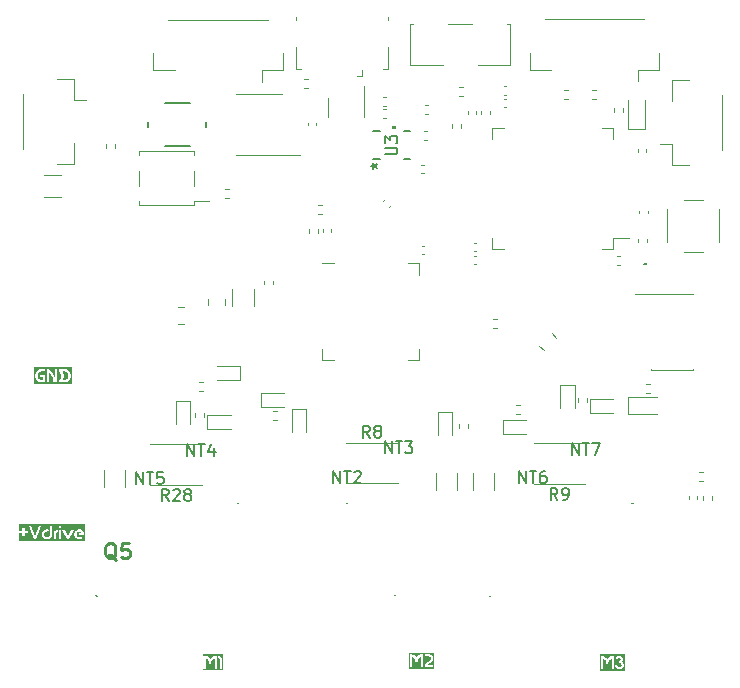
<source format=gbr>
%TF.GenerationSoftware,KiCad,Pcbnew,7.0.1*%
%TF.CreationDate,2023-04-17T18:47:01+02:00*%
%TF.ProjectId,ESC_board,4553435f-626f-4617-9264-2e6b69636164,rev?*%
%TF.SameCoordinates,Original*%
%TF.FileFunction,Legend,Top*%
%TF.FilePolarity,Positive*%
%FSLAX46Y46*%
G04 Gerber Fmt 4.6, Leading zero omitted, Abs format (unit mm)*
G04 Created by KiCad (PCBNEW 7.0.1) date 2023-04-17 18:47:01*
%MOMM*%
%LPD*%
G01*
G04 APERTURE LIST*
%ADD10C,0.254000*%
%ADD11C,0.150000*%
%ADD12C,0.152400*%
%ADD13C,0.120000*%
%ADD14C,0.100000*%
%ADD15C,0.200000*%
G04 APERTURE END LIST*
D10*
X82889047Y-96188478D02*
X82768095Y-96128002D01*
X82768095Y-96128002D02*
X82647142Y-96007050D01*
X82647142Y-96007050D02*
X82465714Y-95825621D01*
X82465714Y-95825621D02*
X82344761Y-95765145D01*
X82344761Y-95765145D02*
X82223809Y-95765145D01*
X82284285Y-96067526D02*
X82163333Y-96007050D01*
X82163333Y-96007050D02*
X82042380Y-95886097D01*
X82042380Y-95886097D02*
X81981904Y-95644192D01*
X81981904Y-95644192D02*
X81981904Y-95220859D01*
X81981904Y-95220859D02*
X82042380Y-94978954D01*
X82042380Y-94978954D02*
X82163333Y-94858002D01*
X82163333Y-94858002D02*
X82284285Y-94797526D01*
X82284285Y-94797526D02*
X82526190Y-94797526D01*
X82526190Y-94797526D02*
X82647142Y-94858002D01*
X82647142Y-94858002D02*
X82768095Y-94978954D01*
X82768095Y-94978954D02*
X82828571Y-95220859D01*
X82828571Y-95220859D02*
X82828571Y-95644192D01*
X82828571Y-95644192D02*
X82768095Y-95886097D01*
X82768095Y-95886097D02*
X82647142Y-96007050D01*
X82647142Y-96007050D02*
X82526190Y-96067526D01*
X82526190Y-96067526D02*
X82284285Y-96067526D01*
X83977618Y-94797526D02*
X83372856Y-94797526D01*
X83372856Y-94797526D02*
X83312380Y-95402288D01*
X83312380Y-95402288D02*
X83372856Y-95341811D01*
X83372856Y-95341811D02*
X83493809Y-95281335D01*
X83493809Y-95281335D02*
X83796190Y-95281335D01*
X83796190Y-95281335D02*
X83917142Y-95341811D01*
X83917142Y-95341811D02*
X83977618Y-95402288D01*
X83977618Y-95402288D02*
X84038095Y-95523240D01*
X84038095Y-95523240D02*
X84038095Y-95825621D01*
X84038095Y-95825621D02*
X83977618Y-95946573D01*
X83977618Y-95946573D02*
X83917142Y-96007050D01*
X83917142Y-96007050D02*
X83796190Y-96067526D01*
X83796190Y-96067526D02*
X83493809Y-96067526D01*
X83493809Y-96067526D02*
X83372856Y-96007050D01*
X83372856Y-96007050D02*
X83312380Y-95946573D01*
D11*
%TO.C,U3*%
X105687619Y-61875804D02*
X106497142Y-61875804D01*
X106497142Y-61875804D02*
X106592380Y-61828185D01*
X106592380Y-61828185D02*
X106640000Y-61780566D01*
X106640000Y-61780566D02*
X106687619Y-61685328D01*
X106687619Y-61685328D02*
X106687619Y-61494852D01*
X106687619Y-61494852D02*
X106640000Y-61399614D01*
X106640000Y-61399614D02*
X106592380Y-61351995D01*
X106592380Y-61351995D02*
X106497142Y-61304376D01*
X106497142Y-61304376D02*
X105687619Y-61304376D01*
X105687619Y-60923423D02*
X105687619Y-60304376D01*
X105687619Y-60304376D02*
X106068571Y-60637709D01*
X106068571Y-60637709D02*
X106068571Y-60494852D01*
X106068571Y-60494852D02*
X106116190Y-60399614D01*
X106116190Y-60399614D02*
X106163809Y-60351995D01*
X106163809Y-60351995D02*
X106259047Y-60304376D01*
X106259047Y-60304376D02*
X106497142Y-60304376D01*
X106497142Y-60304376D02*
X106592380Y-60351995D01*
X106592380Y-60351995D02*
X106640000Y-60399614D01*
X106640000Y-60399614D02*
X106687619Y-60494852D01*
X106687619Y-60494852D02*
X106687619Y-60780566D01*
X106687619Y-60780566D02*
X106640000Y-60875804D01*
X106640000Y-60875804D02*
X106592380Y-60923423D01*
X104506619Y-62848899D02*
X104744714Y-62848899D01*
X104649476Y-63086994D02*
X104744714Y-62848899D01*
X104744714Y-62848899D02*
X104649476Y-62610804D01*
X104935190Y-62991756D02*
X104744714Y-62848899D01*
X104744714Y-62848899D02*
X104935190Y-62706042D01*
X104506619Y-62848899D02*
X104744714Y-62848899D01*
X104649476Y-63086994D02*
X104744714Y-62848899D01*
X104744714Y-62848899D02*
X104649476Y-62610804D01*
X104935190Y-62991756D02*
X104744714Y-62848899D01*
X104744714Y-62848899D02*
X104935190Y-62706042D01*
%TO.C,R28*%
X87332142Y-91222619D02*
X86998809Y-90746428D01*
X86760714Y-91222619D02*
X86760714Y-90222619D01*
X86760714Y-90222619D02*
X87141666Y-90222619D01*
X87141666Y-90222619D02*
X87236904Y-90270238D01*
X87236904Y-90270238D02*
X87284523Y-90317857D01*
X87284523Y-90317857D02*
X87332142Y-90413095D01*
X87332142Y-90413095D02*
X87332142Y-90555952D01*
X87332142Y-90555952D02*
X87284523Y-90651190D01*
X87284523Y-90651190D02*
X87236904Y-90698809D01*
X87236904Y-90698809D02*
X87141666Y-90746428D01*
X87141666Y-90746428D02*
X86760714Y-90746428D01*
X87713095Y-90317857D02*
X87760714Y-90270238D01*
X87760714Y-90270238D02*
X87855952Y-90222619D01*
X87855952Y-90222619D02*
X88094047Y-90222619D01*
X88094047Y-90222619D02*
X88189285Y-90270238D01*
X88189285Y-90270238D02*
X88236904Y-90317857D01*
X88236904Y-90317857D02*
X88284523Y-90413095D01*
X88284523Y-90413095D02*
X88284523Y-90508333D01*
X88284523Y-90508333D02*
X88236904Y-90651190D01*
X88236904Y-90651190D02*
X87665476Y-91222619D01*
X87665476Y-91222619D02*
X88284523Y-91222619D01*
X88855952Y-90651190D02*
X88760714Y-90603571D01*
X88760714Y-90603571D02*
X88713095Y-90555952D01*
X88713095Y-90555952D02*
X88665476Y-90460714D01*
X88665476Y-90460714D02*
X88665476Y-90413095D01*
X88665476Y-90413095D02*
X88713095Y-90317857D01*
X88713095Y-90317857D02*
X88760714Y-90270238D01*
X88760714Y-90270238D02*
X88855952Y-90222619D01*
X88855952Y-90222619D02*
X89046428Y-90222619D01*
X89046428Y-90222619D02*
X89141666Y-90270238D01*
X89141666Y-90270238D02*
X89189285Y-90317857D01*
X89189285Y-90317857D02*
X89236904Y-90413095D01*
X89236904Y-90413095D02*
X89236904Y-90460714D01*
X89236904Y-90460714D02*
X89189285Y-90555952D01*
X89189285Y-90555952D02*
X89141666Y-90603571D01*
X89141666Y-90603571D02*
X89046428Y-90651190D01*
X89046428Y-90651190D02*
X88855952Y-90651190D01*
X88855952Y-90651190D02*
X88760714Y-90698809D01*
X88760714Y-90698809D02*
X88713095Y-90746428D01*
X88713095Y-90746428D02*
X88665476Y-90841666D01*
X88665476Y-90841666D02*
X88665476Y-91032142D01*
X88665476Y-91032142D02*
X88713095Y-91127380D01*
X88713095Y-91127380D02*
X88760714Y-91175000D01*
X88760714Y-91175000D02*
X88855952Y-91222619D01*
X88855952Y-91222619D02*
X89046428Y-91222619D01*
X89046428Y-91222619D02*
X89141666Y-91175000D01*
X89141666Y-91175000D02*
X89189285Y-91127380D01*
X89189285Y-91127380D02*
X89236904Y-91032142D01*
X89236904Y-91032142D02*
X89236904Y-90841666D01*
X89236904Y-90841666D02*
X89189285Y-90746428D01*
X89189285Y-90746428D02*
X89141666Y-90698809D01*
X89141666Y-90698809D02*
X89046428Y-90651190D01*
%TO.C,R9*%
X120256269Y-91132619D02*
X119922936Y-90656428D01*
X119684841Y-91132619D02*
X119684841Y-90132619D01*
X119684841Y-90132619D02*
X120065793Y-90132619D01*
X120065793Y-90132619D02*
X120161031Y-90180238D01*
X120161031Y-90180238D02*
X120208650Y-90227857D01*
X120208650Y-90227857D02*
X120256269Y-90323095D01*
X120256269Y-90323095D02*
X120256269Y-90465952D01*
X120256269Y-90465952D02*
X120208650Y-90561190D01*
X120208650Y-90561190D02*
X120161031Y-90608809D01*
X120161031Y-90608809D02*
X120065793Y-90656428D01*
X120065793Y-90656428D02*
X119684841Y-90656428D01*
X120732460Y-91132619D02*
X120922936Y-91132619D01*
X120922936Y-91132619D02*
X121018174Y-91085000D01*
X121018174Y-91085000D02*
X121065793Y-91037380D01*
X121065793Y-91037380D02*
X121161031Y-90894523D01*
X121161031Y-90894523D02*
X121208650Y-90704047D01*
X121208650Y-90704047D02*
X121208650Y-90323095D01*
X121208650Y-90323095D02*
X121161031Y-90227857D01*
X121161031Y-90227857D02*
X121113412Y-90180238D01*
X121113412Y-90180238D02*
X121018174Y-90132619D01*
X121018174Y-90132619D02*
X120827698Y-90132619D01*
X120827698Y-90132619D02*
X120732460Y-90180238D01*
X120732460Y-90180238D02*
X120684841Y-90227857D01*
X120684841Y-90227857D02*
X120637222Y-90323095D01*
X120637222Y-90323095D02*
X120637222Y-90561190D01*
X120637222Y-90561190D02*
X120684841Y-90656428D01*
X120684841Y-90656428D02*
X120732460Y-90704047D01*
X120732460Y-90704047D02*
X120827698Y-90751666D01*
X120827698Y-90751666D02*
X121018174Y-90751666D01*
X121018174Y-90751666D02*
X121113412Y-90704047D01*
X121113412Y-90704047D02*
X121161031Y-90656428D01*
X121161031Y-90656428D02*
X121208650Y-90561190D01*
%TO.C,R8*%
X104373333Y-85852619D02*
X104040000Y-85376428D01*
X103801905Y-85852619D02*
X103801905Y-84852619D01*
X103801905Y-84852619D02*
X104182857Y-84852619D01*
X104182857Y-84852619D02*
X104278095Y-84900238D01*
X104278095Y-84900238D02*
X104325714Y-84947857D01*
X104325714Y-84947857D02*
X104373333Y-85043095D01*
X104373333Y-85043095D02*
X104373333Y-85185952D01*
X104373333Y-85185952D02*
X104325714Y-85281190D01*
X104325714Y-85281190D02*
X104278095Y-85328809D01*
X104278095Y-85328809D02*
X104182857Y-85376428D01*
X104182857Y-85376428D02*
X103801905Y-85376428D01*
X104944762Y-85281190D02*
X104849524Y-85233571D01*
X104849524Y-85233571D02*
X104801905Y-85185952D01*
X104801905Y-85185952D02*
X104754286Y-85090714D01*
X104754286Y-85090714D02*
X104754286Y-85043095D01*
X104754286Y-85043095D02*
X104801905Y-84947857D01*
X104801905Y-84947857D02*
X104849524Y-84900238D01*
X104849524Y-84900238D02*
X104944762Y-84852619D01*
X104944762Y-84852619D02*
X105135238Y-84852619D01*
X105135238Y-84852619D02*
X105230476Y-84900238D01*
X105230476Y-84900238D02*
X105278095Y-84947857D01*
X105278095Y-84947857D02*
X105325714Y-85043095D01*
X105325714Y-85043095D02*
X105325714Y-85090714D01*
X105325714Y-85090714D02*
X105278095Y-85185952D01*
X105278095Y-85185952D02*
X105230476Y-85233571D01*
X105230476Y-85233571D02*
X105135238Y-85281190D01*
X105135238Y-85281190D02*
X104944762Y-85281190D01*
X104944762Y-85281190D02*
X104849524Y-85328809D01*
X104849524Y-85328809D02*
X104801905Y-85376428D01*
X104801905Y-85376428D02*
X104754286Y-85471666D01*
X104754286Y-85471666D02*
X104754286Y-85662142D01*
X104754286Y-85662142D02*
X104801905Y-85757380D01*
X104801905Y-85757380D02*
X104849524Y-85805000D01*
X104849524Y-85805000D02*
X104944762Y-85852619D01*
X104944762Y-85852619D02*
X105135238Y-85852619D01*
X105135238Y-85852619D02*
X105230476Y-85805000D01*
X105230476Y-85805000D02*
X105278095Y-85757380D01*
X105278095Y-85757380D02*
X105325714Y-85662142D01*
X105325714Y-85662142D02*
X105325714Y-85471666D01*
X105325714Y-85471666D02*
X105278095Y-85376428D01*
X105278095Y-85376428D02*
X105230476Y-85328809D01*
X105230476Y-85328809D02*
X105135238Y-85281190D01*
%TO.C,NT7*%
X121467143Y-87342619D02*
X121467143Y-86342619D01*
X121467143Y-86342619D02*
X122038571Y-87342619D01*
X122038571Y-87342619D02*
X122038571Y-86342619D01*
X122371905Y-86342619D02*
X122943333Y-86342619D01*
X122657619Y-87342619D02*
X122657619Y-86342619D01*
X123181429Y-86342619D02*
X123848095Y-86342619D01*
X123848095Y-86342619D02*
X123419524Y-87342619D01*
%TO.C,NT6*%
X116997143Y-89712619D02*
X116997143Y-88712619D01*
X116997143Y-88712619D02*
X117568571Y-89712619D01*
X117568571Y-89712619D02*
X117568571Y-88712619D01*
X117901905Y-88712619D02*
X118473333Y-88712619D01*
X118187619Y-89712619D02*
X118187619Y-88712619D01*
X119235238Y-88712619D02*
X119044762Y-88712619D01*
X119044762Y-88712619D02*
X118949524Y-88760238D01*
X118949524Y-88760238D02*
X118901905Y-88807857D01*
X118901905Y-88807857D02*
X118806667Y-88950714D01*
X118806667Y-88950714D02*
X118759048Y-89141190D01*
X118759048Y-89141190D02*
X118759048Y-89522142D01*
X118759048Y-89522142D02*
X118806667Y-89617380D01*
X118806667Y-89617380D02*
X118854286Y-89665000D01*
X118854286Y-89665000D02*
X118949524Y-89712619D01*
X118949524Y-89712619D02*
X119140000Y-89712619D01*
X119140000Y-89712619D02*
X119235238Y-89665000D01*
X119235238Y-89665000D02*
X119282857Y-89617380D01*
X119282857Y-89617380D02*
X119330476Y-89522142D01*
X119330476Y-89522142D02*
X119330476Y-89284047D01*
X119330476Y-89284047D02*
X119282857Y-89188809D01*
X119282857Y-89188809D02*
X119235238Y-89141190D01*
X119235238Y-89141190D02*
X119140000Y-89093571D01*
X119140000Y-89093571D02*
X118949524Y-89093571D01*
X118949524Y-89093571D02*
X118854286Y-89141190D01*
X118854286Y-89141190D02*
X118806667Y-89188809D01*
X118806667Y-89188809D02*
X118759048Y-89284047D01*
%TO.C,NT5*%
X84577142Y-89782619D02*
X84577142Y-88782619D01*
X84577142Y-88782619D02*
X85148570Y-89782619D01*
X85148570Y-89782619D02*
X85148570Y-88782619D01*
X85481904Y-88782619D02*
X86053332Y-88782619D01*
X85767618Y-89782619D02*
X85767618Y-88782619D01*
X86862856Y-88782619D02*
X86386666Y-88782619D01*
X86386666Y-88782619D02*
X86339047Y-89258809D01*
X86339047Y-89258809D02*
X86386666Y-89211190D01*
X86386666Y-89211190D02*
X86481904Y-89163571D01*
X86481904Y-89163571D02*
X86719999Y-89163571D01*
X86719999Y-89163571D02*
X86815237Y-89211190D01*
X86815237Y-89211190D02*
X86862856Y-89258809D01*
X86862856Y-89258809D02*
X86910475Y-89354047D01*
X86910475Y-89354047D02*
X86910475Y-89592142D01*
X86910475Y-89592142D02*
X86862856Y-89687380D01*
X86862856Y-89687380D02*
X86815237Y-89735000D01*
X86815237Y-89735000D02*
X86719999Y-89782619D01*
X86719999Y-89782619D02*
X86481904Y-89782619D01*
X86481904Y-89782619D02*
X86386666Y-89735000D01*
X86386666Y-89735000D02*
X86339047Y-89687380D01*
%TO.C,NT4*%
X88927143Y-87412619D02*
X88927143Y-86412619D01*
X88927143Y-86412619D02*
X89498571Y-87412619D01*
X89498571Y-87412619D02*
X89498571Y-86412619D01*
X89831905Y-86412619D02*
X90403333Y-86412619D01*
X90117619Y-87412619D02*
X90117619Y-86412619D01*
X91165238Y-86745952D02*
X91165238Y-87412619D01*
X90927143Y-86365000D02*
X90689048Y-87079285D01*
X90689048Y-87079285D02*
X91308095Y-87079285D01*
%TO.C,NT3*%
X105647143Y-87182619D02*
X105647143Y-86182619D01*
X105647143Y-86182619D02*
X106218571Y-87182619D01*
X106218571Y-87182619D02*
X106218571Y-86182619D01*
X106551905Y-86182619D02*
X107123333Y-86182619D01*
X106837619Y-87182619D02*
X106837619Y-86182619D01*
X107361429Y-86182619D02*
X107980476Y-86182619D01*
X107980476Y-86182619D02*
X107647143Y-86563571D01*
X107647143Y-86563571D02*
X107790000Y-86563571D01*
X107790000Y-86563571D02*
X107885238Y-86611190D01*
X107885238Y-86611190D02*
X107932857Y-86658809D01*
X107932857Y-86658809D02*
X107980476Y-86754047D01*
X107980476Y-86754047D02*
X107980476Y-86992142D01*
X107980476Y-86992142D02*
X107932857Y-87087380D01*
X107932857Y-87087380D02*
X107885238Y-87135000D01*
X107885238Y-87135000D02*
X107790000Y-87182619D01*
X107790000Y-87182619D02*
X107504286Y-87182619D01*
X107504286Y-87182619D02*
X107409048Y-87135000D01*
X107409048Y-87135000D02*
X107361429Y-87087380D01*
%TO.C,NT2*%
X101277143Y-89682619D02*
X101277143Y-88682619D01*
X101277143Y-88682619D02*
X101848571Y-89682619D01*
X101848571Y-89682619D02*
X101848571Y-88682619D01*
X102181905Y-88682619D02*
X102753333Y-88682619D01*
X102467619Y-89682619D02*
X102467619Y-88682619D01*
X103039048Y-88777857D02*
X103086667Y-88730238D01*
X103086667Y-88730238D02*
X103181905Y-88682619D01*
X103181905Y-88682619D02*
X103420000Y-88682619D01*
X103420000Y-88682619D02*
X103515238Y-88730238D01*
X103515238Y-88730238D02*
X103562857Y-88777857D01*
X103562857Y-88777857D02*
X103610476Y-88873095D01*
X103610476Y-88873095D02*
X103610476Y-88968333D01*
X103610476Y-88968333D02*
X103562857Y-89111190D01*
X103562857Y-89111190D02*
X102991429Y-89682619D01*
X102991429Y-89682619D02*
X103610476Y-89682619D01*
%TO.C,U3*%
G36*
X106615500Y-59759900D02*
G01*
X106234500Y-59759900D01*
X106234500Y-59505900D01*
X106615500Y-59505900D01*
X106615500Y-59759900D01*
G37*
D12*
X107250839Y-62292900D02*
X107804000Y-62292900D01*
X107804000Y-59934900D02*
X107250839Y-59934900D01*
X105199161Y-59934900D02*
X104646000Y-59934900D01*
X104646000Y-62292900D02*
X105199161Y-62292900D01*
%TO.C,kibuzzard-643D6FE9*%
G36*
X125039225Y-105594110D02*
G01*
X123904162Y-105594110D01*
X123838017Y-105594110D01*
X123838017Y-105445944D01*
X123904162Y-105445944D01*
X124097837Y-105445944D01*
X124097837Y-104542656D01*
X124191103Y-104582344D01*
X124270875Y-104647431D01*
X124327033Y-104723830D01*
X124362156Y-104810150D01*
X124375452Y-104902027D01*
X124366125Y-104995094D01*
X124577262Y-104995094D01*
X124567936Y-104902027D01*
X124581231Y-104810150D01*
X124616355Y-104723830D01*
X124672512Y-104647431D01*
X124752284Y-104582344D01*
X124845550Y-104542656D01*
X124845550Y-105445944D01*
X125039225Y-105445944D01*
X125039225Y-105098281D01*
X125134475Y-105098281D01*
X125141817Y-105170909D01*
X125163844Y-105239569D01*
X125198372Y-105301878D01*
X125243219Y-105355456D01*
X125297591Y-105399509D01*
X125360694Y-105433244D01*
X125430742Y-105454675D01*
X125505950Y-105461819D01*
X125575205Y-105455667D01*
X125640094Y-105437213D01*
X125699427Y-105407844D01*
X125752013Y-105368950D01*
X125832975Y-105267350D01*
X125858772Y-105207223D01*
X125872663Y-105142731D01*
X125875838Y-105120506D01*
X125875838Y-105098281D01*
X125865916Y-105011564D01*
X125836150Y-104932387D01*
X125789716Y-104863927D01*
X125729788Y-104809356D01*
X125779198Y-104734942D01*
X125803606Y-104651400D01*
X125804202Y-104566270D01*
X125782175Y-104487094D01*
X125731177Y-104404941D01*
X125660731Y-104345806D01*
X125577983Y-104310088D01*
X125490075Y-104298181D01*
X125367838Y-104321994D01*
X125267825Y-104387875D01*
X125200356Y-104486300D01*
X125175750Y-104607744D01*
X125369425Y-104607744D01*
X125404350Y-104522812D01*
X125490075Y-104488681D01*
X125576594Y-104522812D01*
X125612313Y-104607744D01*
X125576594Y-104708550D01*
X125490075Y-104749031D01*
X125442450Y-104749031D01*
X125442450Y-104925244D01*
X125505950Y-104925244D01*
X125574213Y-104938737D01*
X125629775Y-104976044D01*
X125667875Y-105031606D01*
X125682163Y-105098281D01*
X125667875Y-105166544D01*
X125628981Y-105221312D01*
X125572625Y-105257825D01*
X125505950Y-105271319D01*
X125436894Y-105257825D01*
X125380538Y-105220519D01*
X125342438Y-105164956D01*
X125328150Y-105098281D01*
X125134475Y-105098281D01*
X125039225Y-105098281D01*
X125039225Y-104342631D01*
X124993981Y-104337075D01*
X124947150Y-104334694D01*
X124834438Y-104345806D01*
X124724900Y-104379144D01*
X124622506Y-104435103D01*
X124531225Y-104514081D01*
X124499475Y-104549800D01*
X124472487Y-104588694D01*
X124467725Y-104582344D01*
X124425855Y-104527972D01*
X124376444Y-104479156D01*
X124321278Y-104436492D01*
X124262144Y-104400575D01*
X124199239Y-104372000D01*
X124132762Y-104351362D01*
X124064500Y-104338861D01*
X123996237Y-104334694D01*
X123949406Y-104337075D01*
X123904162Y-104342631D01*
X123904162Y-105445944D01*
X123838017Y-105445944D01*
X123838017Y-104165890D01*
X123904162Y-104165890D01*
X125875838Y-104165890D01*
X125941983Y-104165890D01*
X125941983Y-105594110D01*
X125875838Y-105594110D01*
X125505950Y-105594110D01*
X125039225Y-105594110D01*
G37*
%TO.C,kibuzzard-643D6FE3*%
G36*
X108880969Y-105438710D02*
G01*
X107745906Y-105438710D01*
X107679760Y-105438710D01*
X107679760Y-105306419D01*
X109007969Y-105306419D01*
X109722344Y-105306419D01*
X109722344Y-105115919D01*
X109238156Y-105115919D01*
X109262763Y-105064325D01*
X109322294Y-105021463D01*
X109404844Y-104980981D01*
X109499300Y-104934944D01*
X109593756Y-104876206D01*
X109675513Y-104798419D01*
X109732663Y-104694438D01*
X109748736Y-104630342D01*
X109754094Y-104557119D01*
X109747148Y-104487070D01*
X109726313Y-104419800D01*
X109693173Y-104357888D01*
X109649319Y-104303913D01*
X109595542Y-104259066D01*
X109532638Y-104224537D01*
X109461795Y-104202511D01*
X109384206Y-104195169D01*
X109080994Y-104195169D01*
X109080994Y-104385669D01*
X109382619Y-104385669D01*
X109450088Y-104398369D01*
X109507238Y-104434087D01*
X109546131Y-104488856D01*
X109560419Y-104557119D01*
X109548909Y-104622802D01*
X109517556Y-104676975D01*
X109471122Y-104723013D01*
X109414369Y-104764288D01*
X109350273Y-104802189D01*
X109281813Y-104838106D01*
X109213550Y-104875611D01*
X109150050Y-104918275D01*
X109094091Y-104967289D01*
X109048450Y-105023844D01*
X109018089Y-105091313D01*
X109007969Y-105173069D01*
X109007969Y-105306419D01*
X107679760Y-105306419D01*
X107679760Y-105304831D01*
X107745906Y-105304831D01*
X107939581Y-105304831D01*
X107939581Y-104401544D01*
X108032847Y-104441231D01*
X108112619Y-104506319D01*
X108168777Y-104582717D01*
X108203900Y-104669037D01*
X108217195Y-104760914D01*
X108207869Y-104853981D01*
X108419006Y-104853981D01*
X108409680Y-104760914D01*
X108422975Y-104669037D01*
X108458098Y-104582717D01*
X108514256Y-104506319D01*
X108594028Y-104441231D01*
X108687294Y-104401544D01*
X108687294Y-105304831D01*
X108880969Y-105304831D01*
X108880969Y-104201519D01*
X108835725Y-104195962D01*
X108788894Y-104193581D01*
X108676181Y-104204694D01*
X108566644Y-104238031D01*
X108464250Y-104293991D01*
X108372969Y-104372969D01*
X108341219Y-104408687D01*
X108314231Y-104447581D01*
X108309469Y-104441231D01*
X108267598Y-104386859D01*
X108218187Y-104338044D01*
X108163022Y-104295380D01*
X108103887Y-104259462D01*
X108040983Y-104230887D01*
X107974506Y-104210250D01*
X107906244Y-104197748D01*
X107837981Y-104193581D01*
X107791150Y-104195962D01*
X107745906Y-104201519D01*
X107745906Y-105304831D01*
X107679760Y-105304831D01*
X107679760Y-104061290D01*
X107745906Y-104061290D01*
X109754094Y-104061290D01*
X109820240Y-104061290D01*
X109820240Y-105438710D01*
X109754094Y-105438710D01*
X109722344Y-105438710D01*
X108880969Y-105438710D01*
G37*
%TO.C,kibuzzard-643D6FCF*%
G36*
X91422581Y-105567917D02*
G01*
X90287519Y-105567917D01*
X90221373Y-105567917D01*
X90221373Y-105435625D01*
X90287519Y-105435625D01*
X90481194Y-105435625D01*
X90481194Y-104532338D01*
X90574459Y-104572025D01*
X90654231Y-104637113D01*
X90710389Y-104713511D01*
X90745512Y-104799831D01*
X90758808Y-104891708D01*
X90749481Y-104984775D01*
X90960619Y-104984775D01*
X90951292Y-104891708D01*
X90964587Y-104799831D01*
X90999711Y-104713511D01*
X91055869Y-104637113D01*
X91135641Y-104572025D01*
X91228906Y-104532338D01*
X91228906Y-105435625D01*
X91422581Y-105435625D01*
X91422581Y-104514875D01*
X91501956Y-104514875D01*
X91575775Y-104529163D01*
X91638481Y-104568850D01*
X91682137Y-104629175D01*
X91698806Y-104703787D01*
X91698806Y-105435625D01*
X91892481Y-105435625D01*
X91892481Y-104703787D01*
X91883353Y-104625802D01*
X91859144Y-104553769D01*
X91822234Y-104489078D01*
X91775006Y-104433119D01*
X91718055Y-104387280D01*
X91651975Y-104352950D01*
X91579148Y-104331519D01*
X91501956Y-104324375D01*
X91501956Y-104514875D01*
X91422581Y-104514875D01*
X91422581Y-104332312D01*
X91377337Y-104326756D01*
X91330506Y-104324375D01*
X91217794Y-104335487D01*
X91108256Y-104368825D01*
X91005862Y-104424784D01*
X90914581Y-104503763D01*
X90882831Y-104539481D01*
X90855844Y-104578375D01*
X90851081Y-104572025D01*
X90809211Y-104517653D01*
X90759800Y-104468837D01*
X90704634Y-104426173D01*
X90645500Y-104390256D01*
X90582595Y-104361681D01*
X90516119Y-104341044D01*
X90447856Y-104328542D01*
X90379594Y-104324375D01*
X90332762Y-104326756D01*
X90287519Y-104332312D01*
X90287519Y-105435625D01*
X90221373Y-105435625D01*
X90221373Y-104192083D01*
X90287519Y-104192083D01*
X91892481Y-104192083D01*
X91958627Y-104192083D01*
X91958627Y-105567917D01*
X91892481Y-105567917D01*
X91422581Y-105567917D01*
G37*
%TO.C,kibuzzard-643D6FBD*%
G36*
X77889250Y-81288710D02*
G01*
X76901825Y-81288710D01*
X76027112Y-81288710D01*
X75960967Y-81288710D01*
X75960967Y-80599206D01*
X76027112Y-80599206D01*
X76038423Y-80712911D01*
X76072356Y-80819075D01*
X76126133Y-80914523D01*
X76196975Y-80996081D01*
X76283494Y-81062756D01*
X76384300Y-81113556D01*
X76496219Y-81145703D01*
X76616075Y-81156419D01*
X76901825Y-81156419D01*
X78016250Y-81156419D01*
X78486150Y-81156419D01*
X78598664Y-81145703D01*
X78704431Y-81113556D01*
X78800673Y-81062756D01*
X78884612Y-80996081D01*
X78954264Y-80914722D01*
X79007644Y-80819869D01*
X79041577Y-80714300D01*
X79052888Y-80600794D01*
X79041577Y-80488478D01*
X79007644Y-80383306D01*
X78954264Y-80288453D01*
X78884612Y-80207094D01*
X78800475Y-80140220D01*
X78703637Y-80088825D01*
X78597672Y-80056083D01*
X78486150Y-80045169D01*
X78016250Y-80045169D01*
X78016250Y-80235669D01*
X78101975Y-80275356D01*
X78175794Y-80355525D01*
X78227387Y-80466650D01*
X78241675Y-80531142D01*
X78246437Y-80599206D01*
X78242270Y-80669850D01*
X78229769Y-80735731D01*
X78182937Y-80848444D01*
X78109912Y-80927819D01*
X78016250Y-80964331D01*
X78016250Y-81156419D01*
X76901825Y-81156419D01*
X76901825Y-81154831D01*
X77028825Y-81154831D01*
X77224087Y-81154831D01*
X77224087Y-80329331D01*
X77288778Y-80384894D01*
X77352675Y-80462681D01*
X77413198Y-80557733D01*
X77467769Y-80665088D01*
X77514798Y-80782166D01*
X77552700Y-80906388D01*
X77578894Y-81032395D01*
X77590800Y-81154831D01*
X77889250Y-81154831D01*
X77889250Y-80043581D01*
X77693987Y-80043581D01*
X77693987Y-80803994D01*
X77674673Y-80711213D01*
X77646362Y-80621255D01*
X77609056Y-80534119D01*
X77564253Y-80451304D01*
X77513453Y-80374310D01*
X77456656Y-80303137D01*
X77394479Y-80238667D01*
X77327540Y-80181782D01*
X77255837Y-80132481D01*
X77143522Y-80076522D01*
X77028825Y-80045169D01*
X77028825Y-81154831D01*
X76901825Y-81154831D01*
X76901825Y-80484906D01*
X76789112Y-80523800D01*
X76670050Y-80535706D01*
X76547416Y-80523006D01*
X76430337Y-80484906D01*
X76430337Y-80672231D01*
X76497806Y-80687312D01*
X76566862Y-80697631D01*
X76637109Y-80702791D01*
X76708150Y-80702394D01*
X76708150Y-80997669D01*
X76631950Y-80997669D01*
X76555948Y-80990128D01*
X76483519Y-80967506D01*
X76417241Y-80931589D01*
X76359694Y-80884163D01*
X76311870Y-80826020D01*
X76274762Y-80757956D01*
X76250950Y-80681756D01*
X76243012Y-80599206D01*
X76250156Y-80521617D01*
X76271587Y-80450775D01*
X76305520Y-80388267D01*
X76350169Y-80335681D01*
X76404739Y-80293216D01*
X76468437Y-80261069D01*
X76539875Y-80240828D01*
X76617662Y-80234081D01*
X76901825Y-80234081D01*
X76901825Y-80045169D01*
X76600200Y-80045169D01*
X76484709Y-80058266D01*
X76376362Y-80091206D01*
X76278334Y-80141808D01*
X76193800Y-80207888D01*
X76124347Y-80288255D01*
X76071562Y-80381719D01*
X76038225Y-80486097D01*
X76027112Y-80599206D01*
X75960967Y-80599206D01*
X75960967Y-79911290D01*
X76027112Y-79911290D01*
X79052888Y-79911290D01*
X79119033Y-79911290D01*
X79119033Y-81288710D01*
X79052888Y-81288710D01*
X78486150Y-81288710D01*
X77889250Y-81288710D01*
G37*
G36*
X78560564Y-80241423D02*
G01*
X78628231Y-80263450D01*
X78688159Y-80297978D01*
X78739356Y-80342825D01*
X78780830Y-80396998D01*
X78811587Y-80459506D01*
X78830638Y-80528166D01*
X78836987Y-80600794D01*
X78830439Y-80674613D01*
X78810794Y-80743669D01*
X78779639Y-80806177D01*
X78738562Y-80860350D01*
X78687961Y-80904998D01*
X78628231Y-80938931D01*
X78560564Y-80960362D01*
X78486150Y-80967506D01*
X78341687Y-80967506D01*
X78391495Y-80888131D01*
X78429794Y-80799231D01*
X78454202Y-80702394D01*
X78462337Y-80599206D01*
X78455194Y-80499591D01*
X78433762Y-80403944D01*
X78399631Y-80314647D01*
X78354387Y-80234081D01*
X78486150Y-80234081D01*
X78560564Y-80241423D01*
G37*
%TO.C,kibuzzard-643D6FA4*%
G36*
X78926375Y-94588235D02*
G01*
X78258037Y-94588235D01*
X77788137Y-94588235D01*
X77038837Y-94588235D01*
X76141900Y-94588235D01*
X75135425Y-94588235D01*
X74694100Y-94588235D01*
X74627954Y-94588235D01*
X74627954Y-93936831D01*
X74694100Y-93936831D01*
X74957625Y-93936831D01*
X74957625Y-94197181D01*
X75135425Y-94197181D01*
X75135425Y-93936831D01*
X75400537Y-93936831D01*
X75400537Y-93763794D01*
X75135425Y-93763794D01*
X75135425Y-93505031D01*
X74957625Y-93505031D01*
X74957625Y-93763794D01*
X74694100Y-93763794D01*
X74694100Y-93936831D01*
X74627954Y-93936831D01*
X74627954Y-93325644D01*
X75479912Y-93325644D01*
X75933937Y-94436894D01*
X76141900Y-94436894D01*
X76294522Y-94035256D01*
X76611800Y-94035256D01*
X76620333Y-94120981D01*
X76645931Y-94200356D01*
X76686016Y-94271595D01*
X76738006Y-94332913D01*
X76800911Y-94383316D01*
X76873737Y-94421812D01*
X76953906Y-94446220D01*
X77038837Y-94454356D01*
X77126150Y-94446220D01*
X77162352Y-94435306D01*
X77594462Y-94435306D01*
X77788137Y-94435306D01*
X78064362Y-94435306D01*
X78258037Y-94435306D01*
X78258037Y-93641556D01*
X78337412Y-93641556D01*
X78713650Y-94435306D01*
X78926375Y-94435306D01*
X79114494Y-94038431D01*
X79350238Y-94038431D01*
X79358373Y-94121577D01*
X79382781Y-94199562D01*
X79421675Y-94270405D01*
X79473269Y-94332119D01*
X79536173Y-94383316D01*
X79609000Y-94422606D01*
X79689963Y-94447609D01*
X79777275Y-94455944D01*
X79864389Y-94448205D01*
X79944756Y-94424988D01*
X80016392Y-94388673D01*
X80077312Y-94341644D01*
X80007462Y-94265444D01*
X79943963Y-94197181D01*
X79868159Y-94248378D01*
X79777275Y-94265444D01*
X79687581Y-94247981D01*
X79613763Y-94199562D01*
X79562962Y-94127331D01*
X79543913Y-94038431D01*
X79562169Y-93949531D01*
X79612175Y-93877300D01*
X79686787Y-93828088D01*
X79777275Y-93809831D01*
X79851094Y-93820944D01*
X79912212Y-93851106D01*
X79959044Y-93893969D01*
X79990000Y-93943181D01*
X79918959Y-93942784D01*
X79848713Y-93947944D01*
X79779656Y-93958659D01*
X79712187Y-93974931D01*
X79712187Y-94160669D01*
X79827281Y-94122569D01*
X79950313Y-94109869D01*
X80072550Y-94122966D01*
X80185262Y-94162256D01*
X80204312Y-94071769D01*
X80205106Y-94055100D01*
X80205900Y-94038431D01*
X80200145Y-93968780D01*
X80182881Y-93902700D01*
X80155497Y-93841184D01*
X80119381Y-93785225D01*
X80075130Y-93735814D01*
X80023338Y-93693944D01*
X79964997Y-93660606D01*
X79901100Y-93636794D01*
X79885225Y-93632031D01*
X79869350Y-93628856D01*
X79777275Y-93619331D01*
X79691153Y-93627467D01*
X79610587Y-93651875D01*
X79537761Y-93690570D01*
X79474856Y-93741569D01*
X79423064Y-93803481D01*
X79383575Y-93874919D01*
X79358572Y-93953897D01*
X79350238Y-94038431D01*
X79114494Y-94038431D01*
X79302613Y-93641556D01*
X79088300Y-93641556D01*
X78820012Y-94209881D01*
X78551725Y-93641556D01*
X78337412Y-93641556D01*
X78258037Y-93641556D01*
X78159612Y-93641556D01*
X78064362Y-93641556D01*
X78064362Y-94435306D01*
X77788137Y-94435306D01*
X77788137Y-94014619D01*
X77804806Y-93940006D01*
X77848462Y-93879681D01*
X77911169Y-93839994D01*
X77984987Y-93825706D01*
X77984987Y-93635206D01*
X77907795Y-93642350D01*
X77834969Y-93663781D01*
X77768889Y-93698111D01*
X77711937Y-93743950D01*
X77664709Y-93799909D01*
X77627800Y-93864600D01*
X77603591Y-93936633D01*
X77594462Y-94014619D01*
X77594462Y-94435306D01*
X77162352Y-94435306D01*
X77207112Y-94421812D01*
X77279939Y-94383117D01*
X77342844Y-94332119D01*
X77394636Y-94270206D01*
X77434125Y-94198769D01*
X77459128Y-94119791D01*
X77467463Y-94035256D01*
X77467463Y-93419306D01*
X78064362Y-93419306D01*
X78092144Y-93486775D01*
X78159612Y-93514556D01*
X78162787Y-93514556D01*
X78230256Y-93486775D01*
X78258037Y-93419306D01*
X78231050Y-93351837D01*
X78162787Y-93324056D01*
X78159612Y-93324056D01*
X78091350Y-93351044D01*
X78064362Y-93419306D01*
X77467463Y-93419306D01*
X77467463Y-93324056D01*
X77272200Y-93324056D01*
X77272200Y-94035256D01*
X77254738Y-94136062D01*
X77206319Y-94213056D01*
X77132500Y-94263063D01*
X77038837Y-94281319D01*
X76945969Y-94259887D01*
X76872944Y-94204325D01*
X76824525Y-94125744D01*
X76807063Y-94035256D01*
X76823731Y-93946356D01*
X76871356Y-93866981D01*
X76945175Y-93810625D01*
X77038837Y-93789194D01*
X77134087Y-93806656D01*
X77148375Y-93771731D01*
X77168219Y-93722519D01*
X77187269Y-93675687D01*
X77199175Y-93646319D01*
X77121784Y-93624887D01*
X77038837Y-93617744D01*
X76951327Y-93626078D01*
X76869769Y-93651081D01*
X76796545Y-93690372D01*
X76734037Y-93741569D01*
X76683039Y-93803481D01*
X76644344Y-93874919D01*
X76619936Y-93953103D01*
X76611800Y-94035256D01*
X76294522Y-94035256D01*
X76564175Y-93325644D01*
X76356212Y-93325644D01*
X76035537Y-94171781D01*
X75691050Y-93325644D01*
X75479912Y-93325644D01*
X74627954Y-93325644D01*
X74627954Y-93191765D01*
X74694100Y-93191765D01*
X80205900Y-93191765D01*
X80272046Y-93191765D01*
X80272046Y-94588235D01*
X80205900Y-94588235D01*
X79777275Y-94588235D01*
X78926375Y-94588235D01*
G37*
D13*
%TO.C,R28*%
X90152064Y-89850000D02*
X85797936Y-89850000D01*
X90152064Y-86430000D02*
X85797936Y-86430000D01*
%TO.C,R9*%
X122600000Y-89760000D02*
X118245872Y-89760000D01*
X122600000Y-86340000D02*
X118245872Y-86340000D01*
%TO.C,R8*%
X102362936Y-86300000D02*
X106717064Y-86300000D01*
X102362936Y-89720000D02*
X106717064Y-89720000D01*
%TO.C,Rg4*%
X112648000Y-84668379D02*
X112648000Y-85003621D01*
X111888000Y-84668379D02*
X111888000Y-85003621D01*
%TO.C,R7*%
X125026726Y-58293394D02*
X125026726Y-57958152D01*
X125786726Y-58293394D02*
X125786726Y-57958152D01*
%TO.C,C8*%
X113790000Y-58448335D02*
X113790000Y-58216665D01*
X114510000Y-58448335D02*
X114510000Y-58216665D01*
%TO.C,J7*%
X97010000Y-54760000D02*
X95210000Y-54760000D01*
X97010000Y-53310000D02*
X97010000Y-54760000D01*
X95740000Y-50490000D02*
X87310000Y-50490000D01*
X95210000Y-54760000D02*
X95210000Y-55750000D01*
X86040000Y-54760000D02*
X87840000Y-54760000D01*
X86040000Y-53310000D02*
X86040000Y-54760000D01*
%TO.C,J3*%
X79310000Y-55465000D02*
X79310000Y-57265000D01*
X77860000Y-55465000D02*
X79310000Y-55465000D01*
X75040000Y-56735000D02*
X75040000Y-61415000D01*
X79310000Y-57265000D02*
X80300000Y-57265000D01*
X79310000Y-62685000D02*
X79310000Y-60885000D01*
X77860000Y-62685000D02*
X79310000Y-62685000D01*
%TO.C,C33*%
X105516665Y-57040000D02*
X105748335Y-57040000D01*
X105516665Y-57760000D02*
X105748335Y-57760000D01*
%TO.C,Cb4*%
X88636252Y-76260000D02*
X88113748Y-76260000D01*
X88636252Y-74790000D02*
X88113748Y-74790000D01*
%TO.C,R1*%
X111904879Y-56195000D02*
X112240121Y-56195000D01*
X111904879Y-56955000D02*
X112240121Y-56955000D01*
%TO.C,C34*%
X105516665Y-58040000D02*
X105748335Y-58040000D01*
X105516665Y-58760000D02*
X105748335Y-58760000D01*
%TO.C,C31*%
X127115000Y-69265835D02*
X127115000Y-69034165D01*
X127835000Y-69265835D02*
X127835000Y-69034165D01*
%TO.C,C9*%
X108976665Y-59940000D02*
X109208335Y-59940000D01*
X108976665Y-60660000D02*
X109208335Y-60660000D01*
%TO.C,Cb3*%
X113090000Y-90261252D02*
X113090000Y-88838748D01*
X114910000Y-90261252D02*
X114910000Y-88838748D01*
%TO.C,C36*%
X106186466Y-66182651D02*
X106022651Y-66346466D01*
X105677349Y-65673534D02*
X105513534Y-65837349D01*
%TO.C,D4*%
X90620000Y-83970000D02*
X90620000Y-85170000D01*
X92580000Y-83970000D02*
X90620000Y-83970000D01*
X92580000Y-85170000D02*
X90620000Y-85170000D01*
%TO.C,J4*%
X105900000Y-54650000D02*
X105450000Y-54650000D01*
X105900000Y-52800000D02*
X105900000Y-54650000D01*
X105900000Y-50250000D02*
X105900000Y-50500000D01*
X103700000Y-55200000D02*
X103700000Y-54750000D01*
X103700000Y-55200000D02*
X103250000Y-55200000D01*
X98100000Y-54650000D02*
X98550000Y-54650000D01*
X98100000Y-52800000D02*
X98100000Y-54650000D01*
X98100000Y-50250000D02*
X98100000Y-50500000D01*
%TO.C,R4*%
X99982379Y-66192500D02*
X100317621Y-66192500D01*
X99982379Y-66952500D02*
X100317621Y-66952500D01*
%TO.C,C53*%
X99820001Y-59184165D02*
X99820001Y-59415835D01*
X99100001Y-59184165D02*
X99100001Y-59415835D01*
%TO.C,U5*%
X95010000Y-61910000D02*
X98460000Y-61910000D01*
X95010000Y-61910000D02*
X93060000Y-61910000D01*
X95010000Y-56790000D02*
X96960000Y-56790000D01*
X95010000Y-56790000D02*
X93060000Y-56790000D01*
%TO.C,R5*%
X99980000Y-68179879D02*
X99980000Y-68515121D01*
X99220000Y-68179879D02*
X99220000Y-68515121D01*
%TO.C,D16*%
X126195000Y-59695001D02*
X127665000Y-59695001D01*
X127665000Y-59695001D02*
X127665000Y-57235001D01*
X126195000Y-57235001D02*
X126195000Y-59695001D01*
%TO.C,Cb1*%
X81840000Y-90036252D02*
X81840000Y-88613748D01*
X83660000Y-90036252D02*
X83660000Y-88613748D01*
%TO.C,C1*%
X127165000Y-66873335D02*
X127165000Y-66641665D01*
X127885000Y-66873335D02*
X127885000Y-66641665D01*
%TO.C,R12*%
X92092379Y-64820000D02*
X92427621Y-64820000D01*
X92092379Y-65580000D02*
X92427621Y-65580000D01*
%TO.C,D10*%
X123020000Y-82570000D02*
X123020000Y-83770000D01*
X124980000Y-82570000D02*
X123020000Y-82570000D01*
X124980000Y-83770000D02*
X123020000Y-83770000D01*
%TO.C,R6*%
X114772379Y-75850000D02*
X115107621Y-75850000D01*
X114772379Y-76610000D02*
X115107621Y-76610000D01*
%TO.C,R18*%
X82789999Y-60982379D02*
X82789999Y-61317621D01*
X82029999Y-60982379D02*
X82029999Y-61317621D01*
%TO.C,D8*%
X115610000Y-84330000D02*
X115610000Y-85530000D01*
X117570000Y-84330000D02*
X115610000Y-84330000D01*
X117570000Y-85530000D02*
X115610000Y-85530000D01*
D14*
%TO.C,Q5*%
X114485000Y-99280000D02*
X114485000Y-99280000D01*
X114580000Y-99280000D02*
X114580000Y-99280000D01*
X114580000Y-99280000D02*
G75*
G03*
X114485000Y-99280000I-47500J0D01*
G01*
X114485000Y-99280000D02*
G75*
G03*
X114580000Y-99280000I47500J0D01*
G01*
D13*
%TO.C,Rg5*%
X116722379Y-83100000D02*
X117057621Y-83100000D01*
X116722379Y-83860000D02*
X117057621Y-83860000D01*
%TO.C,R11*%
X127759879Y-81320000D02*
X128095121Y-81320000D01*
X127759879Y-82080000D02*
X128095121Y-82080000D01*
D12*
%TO.C,FL2*%
X90536500Y-59525260D02*
X90536500Y-59174740D01*
X89111350Y-57521200D02*
X87008650Y-57521200D01*
X87008650Y-61178800D02*
X89111350Y-61178800D01*
X85583500Y-59174740D02*
X85583500Y-59525260D01*
D13*
%TO.C,D3*%
X89150000Y-82730000D02*
X87950000Y-82730000D01*
X89150000Y-84690000D02*
X89150000Y-82730000D01*
X87950000Y-84690000D02*
X87950000Y-82730000D01*
%TO.C,R22*%
X112050000Y-59332379D02*
X112050000Y-59667621D01*
X111290000Y-59332379D02*
X111290000Y-59667621D01*
D14*
%TO.C,SW2*%
X107775000Y-50850000D02*
X107775000Y-54350000D01*
X107775000Y-54350000D02*
X110525000Y-54350000D01*
X108025000Y-50850000D02*
X107775000Y-50850000D01*
X111025000Y-50850000D02*
X113025000Y-50850000D01*
X113525000Y-54350000D02*
X116275000Y-54350000D01*
X116275000Y-50850000D02*
X116025000Y-50850000D01*
X116275000Y-54350000D02*
X116275000Y-50850000D01*
D13*
%TO.C,J1*%
X126860000Y-73730000D02*
X128185000Y-73730000D01*
X128185000Y-73665000D02*
X128185000Y-73730000D01*
X128185000Y-73665000D02*
X131715000Y-73665000D01*
X128185000Y-80070000D02*
X128185000Y-80135000D01*
X128185000Y-80135000D02*
X131715000Y-80135000D01*
X131715000Y-73665000D02*
X131715000Y-73730000D01*
X131715000Y-80070000D02*
X131715000Y-80135000D01*
%TO.C,C3*%
X113390835Y-70060000D02*
X113159165Y-70060000D01*
X113390835Y-69340000D02*
X113159165Y-69340000D01*
%TO.C,C6*%
X113390835Y-71160000D02*
X113159165Y-71160000D01*
X113390835Y-70440000D02*
X113159165Y-70440000D01*
%TO.C,C42*%
X119098633Y-78446703D02*
X118729166Y-78077236D01*
X120138080Y-77407256D02*
X119768613Y-77037789D01*
%TO.C,IC2*%
X100320000Y-79300000D02*
X100320000Y-78325000D01*
X101295000Y-71080000D02*
X100320000Y-71080000D01*
X101295000Y-79300000D02*
X100320000Y-79300000D01*
X107565000Y-71080000D02*
X108540000Y-71080000D01*
X107565000Y-79300000D02*
X108540000Y-79300000D01*
X108540000Y-71080000D02*
X108540000Y-72055000D01*
X108540000Y-79300000D02*
X108540000Y-78325000D01*
%TO.C,Rg6*%
X122790000Y-82492379D02*
X122790000Y-82827621D01*
X122030000Y-82492379D02*
X122030000Y-82827621D01*
%TO.C,Rg1*%
X90257621Y-81950000D02*
X89922379Y-81950000D01*
X90257621Y-81190000D02*
X89922379Y-81190000D01*
%TO.C,U2*%
X103910000Y-57890000D02*
X103910000Y-56090000D01*
X103910000Y-57890000D02*
X103910000Y-58690000D01*
X100790000Y-57890000D02*
X100790000Y-57090000D01*
X100790000Y-57890000D02*
X100790000Y-58690000D01*
%TO.C,D17*%
X126252500Y-82385000D02*
X126252500Y-83855000D01*
X126252500Y-83855000D02*
X128712500Y-83855000D01*
X128712500Y-82385000D02*
X126252500Y-82385000D01*
%TO.C,C41*%
X101110000Y-68234165D02*
X101110000Y-68465835D01*
X100390000Y-68234165D02*
X100390000Y-68465835D01*
D14*
%TO.C,Q3*%
X106445015Y-99210061D02*
X106445015Y-99210061D01*
X106540015Y-99210061D02*
X106540015Y-99210061D01*
X106540015Y-99210061D02*
G75*
G03*
X106445015Y-99210061I-47500J0D01*
G01*
X106445015Y-99210061D02*
G75*
G03*
X106540015Y-99210061I47500J0D01*
G01*
%TO.C,Q6*%
X126630000Y-91420000D02*
X126630000Y-91420000D01*
X126535000Y-91420000D02*
X126535000Y-91420000D01*
X126535000Y-91420000D02*
G75*
G03*
X126630000Y-91420000I47500J0D01*
G01*
X126630000Y-91420000D02*
G75*
G03*
X126535000Y-91420000I-47500J0D01*
G01*
D13*
%TO.C,C10*%
X115923335Y-57885000D02*
X115691665Y-57885000D01*
X115923335Y-57165000D02*
X115691665Y-57165000D01*
%TO.C,Cb5*%
X95440000Y-72815835D02*
X95440000Y-72584165D01*
X96160000Y-72815835D02*
X96160000Y-72584165D01*
%TO.C,R3*%
X121165121Y-57155000D02*
X120829879Y-57155000D01*
X121165121Y-56395000D02*
X120829879Y-56395000D01*
%TO.C,C35*%
X108724165Y-63470000D02*
X108955835Y-63470000D01*
X108724165Y-62750000D02*
X108955835Y-62750000D01*
%TO.C,C5*%
X115923335Y-56835000D02*
X115691665Y-56835000D01*
X115923335Y-56115000D02*
X115691665Y-56115000D01*
%TO.C,D6*%
X111344000Y-83667500D02*
X110144000Y-83667500D01*
X111344000Y-85627500D02*
X111344000Y-83667500D01*
X110144000Y-85627500D02*
X110144000Y-83667500D01*
%TO.C,U6*%
X89510000Y-66200000D02*
X84810000Y-66200000D01*
X89510000Y-65850000D02*
X90760000Y-65850000D01*
X89510000Y-65850000D02*
X89510000Y-66200000D01*
X89510000Y-63280000D02*
X89510000Y-64520000D01*
X89510000Y-61950000D02*
X89510000Y-61600000D01*
X89510000Y-61600000D02*
X84810000Y-61600000D01*
X84810000Y-66200000D02*
X84810000Y-65850000D01*
X84810000Y-63280000D02*
X84810000Y-64520000D01*
X84810000Y-61600000D02*
X84810000Y-61950000D01*
D14*
%TO.C,Q2*%
X93235000Y-91420000D02*
X93235000Y-91420000D01*
X93140000Y-91420000D02*
X93140000Y-91420000D01*
X93140000Y-91420000D02*
G75*
G03*
X93235000Y-91420000I47500J0D01*
G01*
X93235000Y-91420000D02*
G75*
G03*
X93140000Y-91420000I-47500J0D01*
G01*
D13*
%TO.C,C23*%
X92715000Y-74736252D02*
X92715000Y-73313748D01*
X94535000Y-74736252D02*
X94535000Y-73313748D01*
%TO.C,C2*%
X125309165Y-70515000D02*
X125540835Y-70515000D01*
X125309165Y-71235000D02*
X125540835Y-71235000D01*
%TO.C,R16*%
X99117621Y-56290000D02*
X98782379Y-56290000D01*
X99117621Y-55530000D02*
X98782379Y-55530000D01*
%TO.C,D5*%
X98980000Y-83460000D02*
X97780000Y-83460000D01*
X98980000Y-85420000D02*
X98980000Y-83460000D01*
X97780000Y-85420000D02*
X97780000Y-83460000D01*
%TO.C,D7*%
X95170000Y-82070000D02*
X95170000Y-83270000D01*
X97130000Y-82070000D02*
X95170000Y-82070000D01*
X97130000Y-83270000D02*
X95170000Y-83270000D01*
%TO.C,R15*%
X133380000Y-90807379D02*
X133380000Y-91142621D01*
X132620000Y-90807379D02*
X132620000Y-91142621D01*
%TO.C,J6*%
X129940000Y-62810000D02*
X129940000Y-61010000D01*
X131390000Y-62810000D02*
X129940000Y-62810000D01*
X134210000Y-61540000D02*
X134210000Y-56860000D01*
X129940000Y-61010000D02*
X128950000Y-61010000D01*
X129940000Y-55590000D02*
X129940000Y-57390000D01*
X131390000Y-55590000D02*
X129940000Y-55590000D01*
%TO.C,Cb6*%
X90640000Y-74611252D02*
X90640000Y-74088748D01*
X92110000Y-74611252D02*
X92110000Y-74088748D01*
D14*
%TO.C,Q4*%
X102445015Y-91410061D02*
X102445015Y-91410061D01*
X102350015Y-91410061D02*
X102350015Y-91410061D01*
X102350015Y-91410061D02*
G75*
G03*
X102445015Y-91410061I47500J0D01*
G01*
X102445015Y-91410061D02*
G75*
G03*
X102350015Y-91410061I-47500J0D01*
G01*
D13*
%TO.C,C4*%
X127760000Y-61409165D02*
X127760000Y-61640835D01*
X127040000Y-61409165D02*
X127040000Y-61640835D01*
%TO.C,TH1*%
X132207379Y-88745000D02*
X132542621Y-88745000D01*
X132207379Y-89505000D02*
X132542621Y-89505000D01*
%TO.C,Cb2*%
X109940000Y-90261252D02*
X109940000Y-88838748D01*
X111760000Y-90261252D02*
X111760000Y-88838748D01*
D15*
%TO.C,SW1*%
X127625000Y-71125000D02*
X127625000Y-71125000D01*
X127625000Y-71125000D02*
X127625000Y-71125000D01*
X127725000Y-71125000D02*
X127725000Y-71125000D01*
D14*
X129550000Y-66525000D02*
X129550000Y-66525000D01*
X129550000Y-66525000D02*
X129550000Y-69325000D01*
X129550000Y-69325000D02*
X129550000Y-66525000D01*
X129550000Y-69325000D02*
X129550000Y-69325000D01*
X130950000Y-65725000D02*
X130950000Y-65725000D01*
X130950000Y-65725000D02*
X132550000Y-65725000D01*
X130950000Y-70125000D02*
X130950000Y-70125000D01*
X130950000Y-70125000D02*
X132550000Y-70125000D01*
X132550000Y-65725000D02*
X130950000Y-65725000D01*
X132550000Y-65725000D02*
X132550000Y-65725000D01*
X132550000Y-70125000D02*
X130950000Y-70125000D01*
X132550000Y-70125000D02*
X132550000Y-70125000D01*
X133950000Y-66525000D02*
X133950000Y-66525000D01*
X133950000Y-66525000D02*
X133950000Y-69325000D01*
X133950000Y-69325000D02*
X133950000Y-66525000D01*
X133950000Y-69325000D02*
X133950000Y-69325000D01*
D15*
X127725000Y-71125000D02*
G75*
G03*
X127625000Y-71125000I-50000J0D01*
G01*
X127625000Y-71125000D02*
G75*
G03*
X127725000Y-71125000I50000J0D01*
G01*
X127625000Y-71125000D02*
G75*
G03*
X127725000Y-71125000I50000J0D01*
G01*
D13*
%TO.C,J2*%
X128860000Y-54710000D02*
X127060000Y-54710000D01*
X128860000Y-53260000D02*
X128860000Y-54710000D01*
X127590000Y-50440000D02*
X119160000Y-50440000D01*
X127060000Y-54710000D02*
X127060000Y-55700000D01*
X117890000Y-54710000D02*
X119690000Y-54710000D01*
X117890000Y-53260000D02*
X117890000Y-54710000D01*
%TO.C,C32*%
X109076665Y-57715000D02*
X109308335Y-57715000D01*
X109076665Y-58435000D02*
X109308335Y-58435000D01*
%TO.C,C7*%
X112665000Y-58448335D02*
X112665000Y-58216665D01*
X113385000Y-58448335D02*
X113385000Y-58216665D01*
%TO.C,C43*%
X108754165Y-69600000D02*
X108985835Y-69600000D01*
X108754165Y-70320000D02*
X108985835Y-70320000D01*
%TO.C,D2*%
X93360000Y-81000000D02*
X93360000Y-79800000D01*
X91400000Y-81000000D02*
X93360000Y-81000000D01*
X91400000Y-79800000D02*
X93360000Y-79800000D01*
%TO.C,D9*%
X121710000Y-81430000D02*
X120510000Y-81430000D01*
X121710000Y-83390000D02*
X121710000Y-81430000D01*
X120510000Y-83390000D02*
X120510000Y-81430000D01*
%TO.C,Rg2*%
X90290000Y-83812379D02*
X90290000Y-84147621D01*
X89530000Y-83812379D02*
X89530000Y-84147621D01*
%TO.C,C28*%
X76776248Y-63640000D02*
X78198752Y-63640000D01*
X76776248Y-65460000D02*
X78198752Y-65460000D01*
%TO.C,IC1*%
X124970000Y-69870000D02*
X124970000Y-68920000D01*
X124970000Y-68920000D02*
X126310000Y-68920000D01*
X124970000Y-59650000D02*
X124970000Y-60600000D01*
X124020000Y-69870000D02*
X124970000Y-69870000D01*
X124020000Y-59650000D02*
X124970000Y-59650000D01*
X115700000Y-69870000D02*
X114750000Y-69870000D01*
X115700000Y-59650000D02*
X114750000Y-59650000D01*
X114750000Y-69870000D02*
X114750000Y-68920000D01*
X114750000Y-59650000D02*
X114750000Y-60600000D01*
D14*
%TO.C,Q1*%
X81155000Y-99230000D02*
X81155000Y-99230000D01*
X81250000Y-99230000D02*
X81250000Y-99230000D01*
X81250000Y-99230000D02*
G75*
G03*
X81155000Y-99230000I-47500J0D01*
G01*
X81155000Y-99230000D02*
G75*
G03*
X81250000Y-99230000I47500J0D01*
G01*
D13*
%TO.C,C52*%
X132110000Y-90816665D02*
X132110000Y-91048335D01*
X131390000Y-90816665D02*
X131390000Y-91048335D01*
%TO.C,R2*%
X123520121Y-57155000D02*
X123184879Y-57155000D01*
X123520121Y-56395000D02*
X123184879Y-56395000D01*
%TO.C,Rg3*%
X96517621Y-84340000D02*
X96182379Y-84340000D01*
X96517621Y-83580000D02*
X96182379Y-83580000D01*
%TD*%
M02*

</source>
